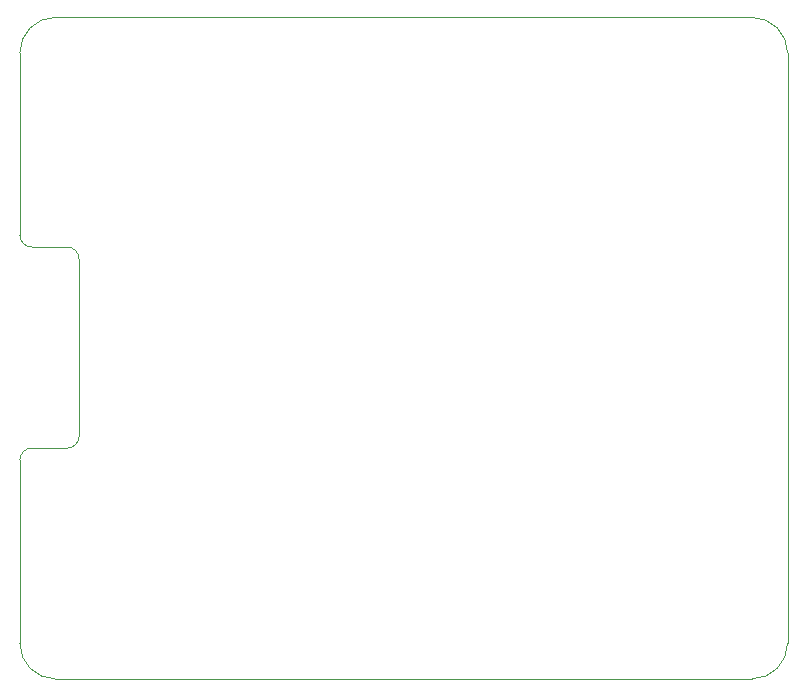
<source format=gm1>
G04 #@! TF.GenerationSoftware,KiCad,Pcbnew,(6.0.9-0)*
G04 #@! TF.CreationDate,2023-02-01T16:38:20-05:00*
G04 #@! TF.ProjectId,LM5116-05,4c4d3531-3136-42d3-9035-2e6b69636164,rev?*
G04 #@! TF.SameCoordinates,Original*
G04 #@! TF.FileFunction,Profile,NP*
%FSLAX46Y46*%
G04 Gerber Fmt 4.6, Leading zero omitted, Abs format (unit mm)*
G04 Created by KiCad (PCBNEW (6.0.9-0)) date 2023-02-01 16:38:20*
%MOMM*%
%LPD*%
G01*
G04 APERTURE LIST*
G04 #@! TA.AperFunction,Profile*
%ADD10C,0.100000*%
G04 #@! TD*
G04 APERTURE END LIST*
D10*
X78549500Y-79248000D02*
X78546356Y-63817611D01*
X79628876Y-80262021D02*
X82550000Y-80264000D01*
X83566000Y-81280000D02*
X83566000Y-96266000D01*
X82550000Y-97282000D02*
X79565500Y-97282000D01*
X78549500Y-98298000D02*
X78546356Y-113817611D01*
X143546351Y-113822847D02*
X143546356Y-63817611D01*
X140546356Y-116817556D02*
G75*
G03*
X143546351Y-113822847I44J2999956D01*
G01*
X81546356Y-116817611D02*
X140546356Y-116817611D01*
X83566000Y-81280000D02*
G75*
G03*
X82550000Y-80264000I-1016000J0D01*
G01*
X81546356Y-60817556D02*
G75*
G03*
X78546356Y-63817611I44J-3000044D01*
G01*
X79565500Y-97282000D02*
G75*
G03*
X78549500Y-98298000I0J-1016000D01*
G01*
X78549500Y-79248000D02*
G75*
G03*
X79629295Y-80261995I1016000J0D01*
G01*
X140546356Y-60817611D02*
X81546356Y-60817611D01*
X78546389Y-113817611D02*
G75*
G03*
X81546356Y-116817611I3000011J11D01*
G01*
X143546389Y-63817611D02*
G75*
G03*
X140546356Y-60817611I-2999989J11D01*
G01*
X82550000Y-97282000D02*
G75*
G03*
X83566000Y-96266000I0J1016000D01*
G01*
M02*

</source>
